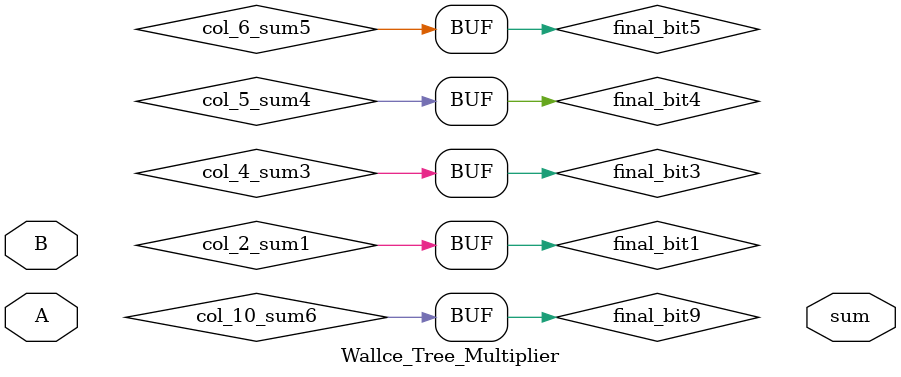
<source format=v>
`timescale 1ns / 1ps

module Wallce_Tree_Multiplier(
    input [7:0] A,
    input [7:0] B,
    output [15:0] sum
    );
    
    wire row1b0,row1b1,row1b2,row1b3,row1b4,row1b5,row1b6,row1b7;
    
    assign row1b0 = A[0] & B[0]; //
    assign row1b1 = A[0] & B[1]; //
    assign row1b2 = A[0] & B[2]; //
    assign row1b3 = A[0] & B[3]; //
    assign row1b4 = A[0] & B[4]; //
    assign row1b5 = A[0] & B[5]; //
    assign row1b6 = A[0] & B[6]; //
    assign row1b7 = A[0] & B[7]; //
    
    wire row2b0,row2b1,row2b2,row2b3,row2b4,row2b5,row2b6,row2b7;
    
    assign row2b0 = A[1] & B[0]; //
    assign row2b1 = A[1] & B[1]; //
    assign row2b2 = A[1] & B[2]; //
    assign row2b3 = A[1] & B[3]; //
    assign row2b4 = A[1] & B[4]; //
    assign row2b5 = A[1] & B[5]; //
    assign row2b6 = A[1] & B[6]; //
    assign row2b7 = A[1] & B[7]; //
    
    wire row3b0,row3b1,row3b2,row3b3,row3b4,row3b5,row3b6,row3b7;
    
    assign row3b0 = A[2] & B[0]; //
    assign row3b1 = A[2] & B[1]; //
    assign row3b2 = A[2] & B[2]; //
    assign row3b3 = A[2] & B[3]; //
    assign row3b4 = A[2] & B[4]; //
    assign row3b5 = A[2] & B[5]; //
    assign row3b6 = A[2] & B[6]; //
    assign row3b7 = A[2] & B[7]; //
    
    wire row4b0,row4b1,row4b2,row4b3,row4b4,row4b5,row4b6,row4b7;
    
    assign row4b0 = A[3] & B[0]; //
    assign row4b1 = A[3] & B[1]; //
    assign row4b2 = A[3] & B[2]; //
    assign row4b3 = A[3] & B[3]; //
    assign row4b4 = A[3] & B[4]; //
    assign row4b5 = A[3] & B[5]; //
    assign row4b6 = A[3] & B[6]; //
    assign row4b7 = A[3] & B[7];
    
    wire row5b0,row5b1,row5b2,row5b3,row5b4,row5b5,row5b6,row5b7;
    
    assign row5b0 = A[4] & B[0]; //
    assign row5b1 = A[4] & B[1]; //
    assign row5b2 = A[4] & B[2]; //
    assign row5b3 = A[4] & B[3]; //
    assign row5b4 = A[4] & B[4]; //
    assign row5b5 = A[4] & B[5]; //
    assign row5b6 = A[4] & B[6];
    assign row5b7 = A[4] & B[7];
    
    wire row6b0,row6b1,row6b2,row6b3,row6b4,row6b5,row6b6,row6b7;
    
    assign row6b0 = A[5] & B[0]; //
    assign row6b1 = A[5] & B[1]; //
    assign row6b2 = A[5] & B[2]; //
    assign row6b3 = A[5] & B[3]; //
    assign row6b4 = A[5] & B[4]; //
    assign row6b5 = A[5] & B[5];
    assign row6b6 = A[5] & B[6];
    assign row6b7 = A[5] & B[7];
    
    wire row7b0,row7b1,row7b2,row7b3,row7b4,row7b5,row7b6,row7b7;
    
    assign row7b0 = A[6] & B[0]; //
    assign row7b1 = A[6] & B[1]; //
    assign row7b2 = A[6] & B[2]; //
    assign row7b3 = A[6] & B[3]; //
    assign row7b4 = A[6] & B[4];
    assign row7b5 = A[6] & B[5];
    assign row7b6 = A[6] & B[6];
    assign row7b7 = A[6] & B[7];
    
    wire row8b0,row8b1,row8b2,row8b3,row8b4,row8b5,row8b6,row8b7;
    
    assign row8b0 = A[7] & B[0]; //
    assign row8b1 = A[7] & B[1]; //
    assign row8b2 = A[7] & B[2]; //
    assign row8b3 = A[7] & B[3];
    assign row8b4 = A[7] & B[4];
    assign row8b5 = A[7] & B[5];
    assign row8b6 = A[7] & B[6];
    assign row8b7 = A[7] & B[7];
    
    wire col_2_carryout1;
    wire col_2_sum1;
    
    HA col_2(.A(row1b1),.B(row2b0),.Cout(col_2_carryout1),.Sum(col_2_sum1));
   
    wire final_bit0;
    wire final_bit1;
    wire final_bit2;
    
    // bit 0 of the sum is just the first bit in row 1
    
    assign final_bit0 = row1b0;
    
    //adding row1b1,row2b0
    
    assign final_bit1 = col_2_sum1;
    
 
     wire  col_3_sum1;
     wire  col_3_sum2;
     wire  col_3_carryout1;
     wire col_3_carryout2;
     
     
     FA co1_3(.A(row1b2),.B(row2b1),.Cin(row3b0),.Cout(col_3_carryout1),.Sum(col_3_sum1));          
         
     HA col_3col_2carryin(.A(col_2_carryout1),.B(col_3_sum1),.Cout(col_3_carryout2),.Sum(col_3_sum2));
    
    //Adding row1b4,row2b2,row3b1,row4b0 + 2 carryins from col 3   
    
     assign final_bit2 = col_3_sum2;
     
     wire col_4_carryout1;
     wire col_4_carryout2;
     wire col_4_carryout3;
     wire col_4_sum1;
     wire col_4_sum2;
     wire col_4_sum3;
     wire final_bit3;
     
     FA col_4_1(.A(row1b3),.B(row2b2),.Cin(row3b1),.Cout(col_4_carryout1),.Sum(col_4_sum1)); 
     
     FA col_4_2(.A(col_3_carryout1),.B(col_3_carryout2),.Cin(col_4_sum1),.Cout(col_4_carryout2),.Sum(col_4_sum2));
     
     HA col_4(.A(col_4_sum2),.B(row4b0),.Cout(col_4_carryout3),.Sum(col_4_sum3));
     
     assign final_bit3 = col_4_sum3;    
          
     //Adding row1b4,row2b3,row3b2,row4b1,row5b0, + 3 carryins from col 4     
          
     wire col_5_carryout1;
     wire col_5_carryout2;
     wire col_5_carryout3;
     wire col_5_carryout4;
     wire col_5_sum1;
     wire col_5_sum2;
     wire col_5_sum3;    
     wire col_5_sum4;  
     wire final_bit4;
     
     FA col_5_1(.A(row1b4),.B(row2b3),.Cin(row3b2),.Cout(col_5_carryout1),.Sum(col_5_sum1)); 
     
     FA col_5_2(.A(row4b1),.B(row5b0),.Cin(col_5_sum1),.Cout(col_5_carryout2),.Sum(col_5_sum2));
     
     FA col_5_3(.A(col_4_carryout1),.B(col_4_carryout2),.Cin(col_4_carryout3),.Cout(col_5_carryout3),.Sum(col_5_sum3));
     
     HA col_5_4(.A(col_5_sum2),.B(col_5_sum3),.Cout(col_5_carryout4),.Sum(col_5_sum4));
    
     assign final_bit4 = col_5_sum4;
    
    //Adding row1b5,row2b4,row3b3,row4b2,row5b1,row6b0, + 4 carryins from col 5
    wire col_6_carryout1;
    wire col_6_carryout2;
    wire col_6_carryout3;
    wire col_6_carryout4;
    wire col_6_carryout5;
    wire col_6_sum1;
    wire col_6_sum2;
    wire col_6_sum3;    
    wire col_6_sum4;
    wire col_6_sum5;  
    wire final_bit5;
    
    FA col_6_1(.A(row1b5),.B(row2b4),.Cin(row3b3),.Cout(col_6_carryout1),.Sum(col_6_sum1));
    
    FA col_6_2(.A(row4b2),.B(row5b1),.Cin(row6b0),.Cout(col_6_carryout2),.Sum(col_6_sum2));
    
    FA col_6_3(.A(col_5_carryout1),.B(col_5_carryout2),.Cin(col_5_carryout3),.Cout(col_6_carryout3),.Sum(col_6_sum3));
    
    FA col_6_4(.A(col_5_carryout4),.B(col_6_sum1),.Cin(col_6_sum2),.Cout(col_6_carryout4),.Sum(col_6_sum4));
    
    HA col_6_5(.A(col_6_sum4),.B(col_6_sum3),.Cout(col_6_carryout5),.Sum(col_6_sum5));
    
    assign final_bit5 = col_6_sum5;
    
    //Adding row1b6,row2b5,row3b4,row4b3,row5b2,row6b1,row7b0 + 5 carryins from col 6
    wire col_7_carryout1;
    wire col_7_carryout2;
    wire col_7_carryout3;
    wire col_7_carryout4;
    wire col_7_carryout5;
    wire col_7_carryout6;
    wire col_7_sum1;
    wire col_7_sum2;
    wire col_7_sum3;    
    wire col_7_sum4;
    wire col_7_sum5;
    wire col_7_sum6;  
    wire final_bit6;     
     
     
    FA col_7_1(.A(row1b6),.B(row2b5),.Cin(row3b4),.Cout(col_7_carryout1),.Sum(col_7_sum1)); 
    
    FA col_7_2(.A(row4b3),.B(row5b2),.Cin(row6b1),.Cout(col_7_carryout2),.Sum(col_7_sum2));
    
    FA col_7_3(.A(row7b0),.B(col_6_carryout1),.Cin(col_6_carryout2),.Cout(col_7_carryout3),.Sum(col_7_sum3));
    
    FA col_7_4(.A(col_6_carryout3),.B(col_6_carryout4),.Cin(col_6_carryout5),.Cout(col_7_carryout4),.Sum(col_7_sum4));
    
    FA col_7_5(.A(col_7_sum1),.B(col_7_sum2),.Cin(col_7_sum3),.Cout(col_7_carryout5),.Sum(col_7_sum5));
     
    HA col_7_6(.A(col_7_sum4),.B(col_7_sum5),.Cout(col_7_carryout6),.Sum(col_7_sum6));
     
    assign final_bit6 = col_7_sum6;
    
   //Adding row1b7,row2b6,row3b5,row4b4,row5b3,row6b2,row7b1,row8b0 + 6 carryins from col 7
   
    wire col_8_carryout1;
    wire col_8_carryout2;
    wire col_8_carryout3;
    wire col_8_carryout4;
    wire col_8_carryout5;
    wire col_8_carryout6;
    wire col_8_carryout7;
    wire col_8_sum1;
    wire col_8_sum2;
    wire col_8_sum3;    
    wire col_8_sum4;
    wire col_8_sum5;
    wire col_8_sum6;
    wire col_8_sum7;  
    wire final_bit7;  
     
    FA col_8_1(.A(row1b7),.B(row2b6),.Cin(row3b5),.Cout(col_8_carryout1),.Sum(col_8_sum1));
    
    FA col_8_2(.A(row4b4),.B(row5b3),.Cin(row6b2),.Cout(col_8_carryout2),.Sum(col_8_sum2));
    
    FA col_8_3(.A(row7b1),.B(row8b0),.Cin(col_7_carryout1),.Cout(col_8_carryout3),.Sum(col_8_sum3));
    
    FA col_8_4(.A(col_7_carryout2),.B(col_7_carryout3),.Cin(col_7_carryout4),.Cout(col_8_carryout4),.Sum(col_8_sum4)); 
    
    FA col_8_5(.A(col_7_carryout5),.B(col_7_carryout6),.Cin(col_8_sum1),.Cout(col_8_carryout5),.Sum(col_8_sum5));      
     
    FA col_8_6(.A(col_8_sum2),.B(col_8_sum3),.Cin(col_8_sum4),.Cout(col_8_carryout6),.Sum(col_8_sum6));
    
    HA col_8_7(.A(col_8_sum6),.B(col_8_sum5),.Cout(col_8_carryout7),.Sum(col_8_sum7));   
    
    assign final_bit7 = col_8_sum7;
    
    //Adding row2b7,row3b6,row4b5,row5b4,row6b3,row7b2,row8b1 + 7 carryins from col 8
    wire col_9_carryout1;
    wire col_9_carryout2;
    wire col_9_carryout3;
    wire col_9_carryout4;
    wire col_9_carryout5;
    wire col_9_carryout6;
    wire col_9_carryout7;
    wire col_9_sum1;
    wire col_9_sum2;
    wire col_9_sum3;    
    wire col_9_sum4;
    wire col_9_sum5;
    wire col_9_sum6;
    wire col_9_sum7;  
    wire final_bit8;  
    
    FA col_9_1(.A(row2b7),.B(row3b6),.Cin(row4b5),.Cout(col_9_carryout1),.Sum(col_9_sum1));
    
    FA col_9_2(.A(row5b4),.B(row6b3),.Cin(row7b2),.Cout(col_9_carryout2),.Sum(col_9_sum2));
    
    FA col_9_3(.A(row8b1),.B(col_8_carryout1),.Cin(col_8_carryout2),.Cout(col_9_carryout3),.Sum(col_9_sum3));
    
    FA col_9_4(.A(col_8_carryout3),.B(col_8_carryout4),.Cin(col_8_carryout5),.Cout(col_9_carryout4),.Sum(col_9_sum4));
    
    FA col_9_5(.A(col_8_carryout6),.B(col_8_carryout7),.Cin(col_9_sum1),.Cout(col_9_carryout5),.Sum(col_9_sum5));
    
    FA col_9_6(.A(col_9_sum2),.B(col_9_sum3),.Cin(col_9_sum4),.Cout(col_9_carryout6),.Sum(col_9_sum6));
    
    HA col_9_7(.A(col_9_sum5),.B(col_9_sum6),.Cout(col_9_carryout7),.Sum(col_9_sum7)); 
     
    assign final_bit8 = col_9_sum7;
    
    //Adding row3b7,row4b6,row5b5,row6b4,row7b3,row8b2 + 7 carryins from col 9
    wire col_10_carryout1;
    wire col_10_carryout2;
    wire col_10_carryout3;
    wire col_10_carryout4;
    wire col_10_carryout5;
    wire col_10_carryout6;
    wire col_10_sum1;
    wire col_10_sum2;
    wire col_10_sum3;    
    wire col_10_sum4;
    wire col_10_sum5;
    wire col_10_sum6;
    wire final_bit9;  
    
    FA col_10_1(.A(row3b7),.B(row4b6),.Cin(row5b5),.Cout(col_10_carryout1),.Sum(col_10_sum1));
    
    FA col_10_2(.A(row6b4),.B(row7b3),.Cin(row8b2),.Cout(col_10_carryout2),.Sum(col_10_sum2));
    
    FA col_10_3(.A(col_9_carryout1),.B(col_9_carryout2),.Cin(col_9_carryout3),.Cout(col_10_carryout3),.Sum(col_10_sum3));
    
    FA col_10_4(.A(col_9_carryout4),.B(col_9_carryout5),.Cin(col_9_carryout6),.Cout(col_10_carryout4),.Sum(col_10_sum4));
    
    FA col_10_5(.A(col_9_carryout7),.B(col_10_sum1),.Cin(col_10_sum2),.Cout(col_10_carryout5),.Sum(col_10_sum5));
     
    FA col_10_6(.A(col_10_sum3),.B(col_10_sum4),.Cin(col_10_sum5),.Cout(col_10_carryout6),.Sum(col_10_sum6));
    
    assign final_bit9 = col_10_sum6;
    
endmodule

</source>
